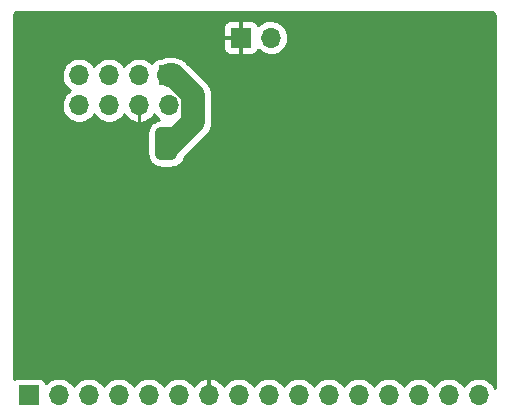
<source format=gbl>
G04 #@! TF.GenerationSoftware,KiCad,Pcbnew,(6.0.0-rc1-63-g802cfc1a7d)*
G04 #@! TF.CreationDate,2022-01-16T14:43:54+09:00*
G04 #@! TF.ProjectId,BrushlessMotorDriver_DRV8311,42727573-686c-4657-9373-4d6f746f7244,rev?*
G04 #@! TF.SameCoordinates,PX7270e00PY8b3c880*
G04 #@! TF.FileFunction,Copper,L2,Bot*
G04 #@! TF.FilePolarity,Positive*
%FSLAX46Y46*%
G04 Gerber Fmt 4.6, Leading zero omitted, Abs format (unit mm)*
G04 Created by KiCad (PCBNEW (6.0.0-rc1-63-g802cfc1a7d)) date 2022-01-16 14:43:54*
%MOMM*%
%LPD*%
G01*
G04 APERTURE LIST*
G04 #@! TA.AperFunction,ComponentPad*
%ADD10R,1.700000X1.700000*%
G04 #@! TD*
G04 #@! TA.AperFunction,ComponentPad*
%ADD11O,1.700000X1.700000*%
G04 #@! TD*
G04 #@! TA.AperFunction,ViaPad*
%ADD12C,0.600000*%
G04 #@! TD*
G04 #@! TA.AperFunction,ViaPad*
%ADD13C,0.900000*%
G04 #@! TD*
G04 #@! TA.AperFunction,Conductor*
%ADD14C,2.000000*%
G04 #@! TD*
G04 #@! TA.AperFunction,Conductor*
%ADD15C,1.000000*%
G04 #@! TD*
G04 #@! TA.AperFunction,Conductor*
%ADD16C,0.254000*%
G04 #@! TD*
G04 APERTURE END LIST*
D10*
X1900000Y1900000D03*
D11*
X4440000Y1900000D03*
X6980000Y1900000D03*
X9520000Y1900000D03*
X12060000Y1900000D03*
X14600000Y1900000D03*
X17140000Y1900000D03*
X19680000Y1900000D03*
X22220000Y1900000D03*
X24760000Y1900000D03*
X27300000Y1900000D03*
X29840000Y1900000D03*
X32380000Y1900000D03*
X34920000Y1900000D03*
X37460000Y1900000D03*
X40000000Y1900000D03*
X6180000Y26435000D03*
X6180000Y28975000D03*
X8720000Y26435000D03*
X8720000Y28975000D03*
X11260000Y26435000D03*
X11260000Y28975000D03*
X13800000Y26435000D03*
D10*
X13800000Y28975000D03*
D11*
X22405000Y32171200D03*
D10*
X19865000Y32171200D03*
D12*
X11400000Y34200000D03*
X3400000Y33900000D03*
X25400000Y18400000D03*
X34900000Y6800000D03*
X38100000Y6600000D03*
X40029354Y6800000D03*
X28100000Y7500000D03*
X21600000Y7500000D03*
X15000000Y7500000D03*
X12600000Y10800000D03*
X17900000Y12000000D03*
X24600000Y12000000D03*
X35700000Y15600000D03*
X29000000Y15000000D03*
X29100000Y16800000D03*
X27200000Y20500000D03*
D13*
X14000000Y22300000D03*
X13100000Y22300000D03*
X13100000Y23200000D03*
X13100000Y24100000D03*
X14000000Y23200000D03*
X14000000Y24100000D03*
D12*
X19000000Y19800000D03*
X20300000Y19800000D03*
X20300000Y21100000D03*
X19000000Y21100000D03*
X19600000Y20500000D03*
D14*
X15801911Y25001911D02*
X14000000Y23200000D01*
X15801911Y27264220D02*
X15801911Y25001911D01*
X14091131Y28975000D02*
X15801911Y27264220D01*
X13800000Y28975000D02*
X14091131Y28975000D01*
D15*
X13100000Y24100000D02*
X14000000Y24100000D01*
X13100000Y22300000D02*
X13100000Y24100000D01*
X14000000Y22300000D02*
X13100000Y22300000D01*
X14000000Y24100000D02*
X14000000Y22300000D01*
D16*
X40974347Y34362314D02*
X41010067Y34361878D01*
X41019064Y34363054D01*
X41081269Y34356046D01*
X41158455Y34329037D01*
X41227702Y34285526D01*
X41285526Y34227702D01*
X41329037Y34158455D01*
X41356046Y34081268D01*
X41362314Y34025641D01*
X41361878Y33989933D01*
X41366000Y33958412D01*
X41366000Y2481488D01*
X41316903Y2594403D01*
X41307146Y2612600D01*
X41185806Y2800163D01*
X41173208Y2816523D01*
X41022864Y2981749D01*
X41007762Y2995831D01*
X40832451Y3134284D01*
X40815252Y3145711D01*
X40619682Y3253671D01*
X40600849Y3262135D01*
X40390272Y3336704D01*
X40370308Y3341978D01*
X40150380Y3381153D01*
X40129823Y3383097D01*
X39906450Y3385826D01*
X39885852Y3384385D01*
X39665032Y3350595D01*
X39644946Y3345810D01*
X39432611Y3276408D01*
X39413576Y3268406D01*
X39215427Y3165256D01*
X39197954Y3154253D01*
X39019312Y3020125D01*
X39003871Y3006416D01*
X38849535Y2844913D01*
X38836541Y2828866D01*
X38729116Y2671386D01*
X38645806Y2800163D01*
X38633208Y2816523D01*
X38482864Y2981749D01*
X38467762Y2995831D01*
X38292451Y3134284D01*
X38275252Y3145711D01*
X38079682Y3253671D01*
X38060849Y3262135D01*
X37850272Y3336704D01*
X37830308Y3341978D01*
X37610380Y3381153D01*
X37589823Y3383097D01*
X37366450Y3385826D01*
X37345852Y3384385D01*
X37125032Y3350595D01*
X37104946Y3345810D01*
X36892611Y3276408D01*
X36873576Y3268406D01*
X36675427Y3165256D01*
X36657954Y3154253D01*
X36479312Y3020125D01*
X36463871Y3006416D01*
X36309535Y2844913D01*
X36296541Y2828866D01*
X36189116Y2671386D01*
X36105806Y2800163D01*
X36093208Y2816523D01*
X35942864Y2981749D01*
X35927762Y2995831D01*
X35752451Y3134284D01*
X35735252Y3145711D01*
X35539682Y3253671D01*
X35520849Y3262135D01*
X35310272Y3336704D01*
X35290308Y3341978D01*
X35070380Y3381153D01*
X35049823Y3383097D01*
X34826450Y3385826D01*
X34805852Y3384385D01*
X34585032Y3350595D01*
X34564946Y3345810D01*
X34352611Y3276408D01*
X34333576Y3268406D01*
X34135427Y3165256D01*
X34117954Y3154253D01*
X33939312Y3020125D01*
X33923871Y3006416D01*
X33769535Y2844913D01*
X33756541Y2828866D01*
X33649116Y2671386D01*
X33565806Y2800163D01*
X33553208Y2816523D01*
X33402864Y2981749D01*
X33387762Y2995831D01*
X33212451Y3134284D01*
X33195252Y3145711D01*
X32999682Y3253671D01*
X32980849Y3262135D01*
X32770272Y3336704D01*
X32750308Y3341978D01*
X32530380Y3381153D01*
X32509823Y3383097D01*
X32286450Y3385826D01*
X32265852Y3384385D01*
X32045032Y3350595D01*
X32024946Y3345810D01*
X31812611Y3276408D01*
X31793576Y3268406D01*
X31595427Y3165256D01*
X31577954Y3154253D01*
X31399312Y3020125D01*
X31383871Y3006416D01*
X31229535Y2844913D01*
X31216541Y2828866D01*
X31109116Y2671386D01*
X31025806Y2800163D01*
X31013208Y2816523D01*
X30862864Y2981749D01*
X30847762Y2995831D01*
X30672451Y3134284D01*
X30655252Y3145711D01*
X30459682Y3253671D01*
X30440849Y3262135D01*
X30230272Y3336704D01*
X30210308Y3341978D01*
X29990380Y3381153D01*
X29969823Y3383097D01*
X29746450Y3385826D01*
X29725852Y3384385D01*
X29505032Y3350595D01*
X29484946Y3345810D01*
X29272611Y3276408D01*
X29253576Y3268406D01*
X29055427Y3165256D01*
X29037954Y3154253D01*
X28859312Y3020125D01*
X28843871Y3006416D01*
X28689535Y2844913D01*
X28676541Y2828866D01*
X28569116Y2671386D01*
X28485806Y2800163D01*
X28473208Y2816523D01*
X28322864Y2981749D01*
X28307762Y2995831D01*
X28132451Y3134284D01*
X28115252Y3145711D01*
X27919682Y3253671D01*
X27900849Y3262135D01*
X27690272Y3336704D01*
X27670308Y3341978D01*
X27450380Y3381153D01*
X27429823Y3383097D01*
X27206450Y3385826D01*
X27185852Y3384385D01*
X26965032Y3350595D01*
X26944946Y3345810D01*
X26732611Y3276408D01*
X26713576Y3268406D01*
X26515427Y3165256D01*
X26497954Y3154253D01*
X26319312Y3020125D01*
X26303871Y3006416D01*
X26149535Y2844913D01*
X26136541Y2828866D01*
X26029116Y2671386D01*
X25945806Y2800163D01*
X25933208Y2816523D01*
X25782864Y2981749D01*
X25767762Y2995831D01*
X25592451Y3134284D01*
X25575252Y3145711D01*
X25379682Y3253671D01*
X25360849Y3262135D01*
X25150272Y3336704D01*
X25130308Y3341978D01*
X24910380Y3381153D01*
X24889823Y3383097D01*
X24666450Y3385826D01*
X24645852Y3384385D01*
X24425032Y3350595D01*
X24404946Y3345810D01*
X24192611Y3276408D01*
X24173576Y3268406D01*
X23975427Y3165256D01*
X23957954Y3154253D01*
X23779312Y3020125D01*
X23763871Y3006416D01*
X23609535Y2844913D01*
X23596541Y2828866D01*
X23489116Y2671386D01*
X23405806Y2800163D01*
X23393208Y2816523D01*
X23242864Y2981749D01*
X23227762Y2995831D01*
X23052451Y3134284D01*
X23035252Y3145711D01*
X22839682Y3253671D01*
X22820849Y3262135D01*
X22610272Y3336704D01*
X22590308Y3341978D01*
X22370380Y3381153D01*
X22349823Y3383097D01*
X22126450Y3385826D01*
X22105852Y3384385D01*
X21885032Y3350595D01*
X21864946Y3345810D01*
X21652611Y3276408D01*
X21633576Y3268406D01*
X21435427Y3165256D01*
X21417954Y3154253D01*
X21239312Y3020125D01*
X21223871Y3006416D01*
X21069535Y2844913D01*
X21056541Y2828866D01*
X20949116Y2671386D01*
X20865806Y2800163D01*
X20853208Y2816523D01*
X20702864Y2981749D01*
X20687762Y2995831D01*
X20512451Y3134284D01*
X20495252Y3145711D01*
X20299682Y3253671D01*
X20280849Y3262135D01*
X20070272Y3336704D01*
X20050308Y3341978D01*
X19830380Y3381153D01*
X19809823Y3383097D01*
X19586450Y3385826D01*
X19565852Y3384385D01*
X19345032Y3350595D01*
X19324946Y3345810D01*
X19112611Y3276408D01*
X19093576Y3268406D01*
X18895427Y3165256D01*
X18877954Y3154253D01*
X18699312Y3020125D01*
X18683871Y3006416D01*
X18529535Y2844913D01*
X18516541Y2828866D01*
X18408810Y2670938D01*
X18325409Y2799857D01*
X18312810Y2816217D01*
X18162521Y2981382D01*
X18147420Y2995464D01*
X17972173Y3133865D01*
X17954975Y3145291D01*
X17759477Y3253212D01*
X17740643Y3261677D01*
X17530144Y3336219D01*
X17510180Y3341494D01*
X17312096Y3376777D01*
X17241523Y3369030D01*
X17186341Y3324359D01*
X17164000Y3252729D01*
X17164000Y1876000D01*
X17116000Y1876000D01*
X17116000Y3250927D01*
X17095998Y3319048D01*
X17042342Y3365541D01*
X16970941Y3375477D01*
X16805149Y3350107D01*
X16785063Y3345322D01*
X16572805Y3275946D01*
X16553770Y3267944D01*
X16355694Y3164832D01*
X16338221Y3153829D01*
X16159645Y3019750D01*
X16144204Y3006041D01*
X15989925Y2844597D01*
X15976931Y2828550D01*
X15869410Y2670931D01*
X15785806Y2800163D01*
X15773208Y2816523D01*
X15622864Y2981749D01*
X15607762Y2995831D01*
X15432451Y3134284D01*
X15415252Y3145711D01*
X15219682Y3253671D01*
X15200849Y3262135D01*
X14990272Y3336704D01*
X14970308Y3341978D01*
X14750380Y3381153D01*
X14729823Y3383097D01*
X14506450Y3385826D01*
X14485852Y3384385D01*
X14265032Y3350595D01*
X14244946Y3345810D01*
X14032611Y3276408D01*
X14013576Y3268406D01*
X13815427Y3165256D01*
X13797954Y3154253D01*
X13619312Y3020125D01*
X13603871Y3006416D01*
X13449535Y2844913D01*
X13436541Y2828866D01*
X13329116Y2671386D01*
X13245806Y2800163D01*
X13233208Y2816523D01*
X13082864Y2981749D01*
X13067762Y2995831D01*
X12892451Y3134284D01*
X12875252Y3145711D01*
X12679682Y3253671D01*
X12660849Y3262135D01*
X12450272Y3336704D01*
X12430308Y3341978D01*
X12210380Y3381153D01*
X12189823Y3383097D01*
X11966450Y3385826D01*
X11945852Y3384385D01*
X11725032Y3350595D01*
X11704946Y3345810D01*
X11492611Y3276408D01*
X11473576Y3268406D01*
X11275427Y3165256D01*
X11257954Y3154253D01*
X11079312Y3020125D01*
X11063871Y3006416D01*
X10909535Y2844913D01*
X10896541Y2828866D01*
X10789116Y2671386D01*
X10705806Y2800163D01*
X10693208Y2816523D01*
X10542864Y2981749D01*
X10527762Y2995831D01*
X10352451Y3134284D01*
X10335252Y3145711D01*
X10139682Y3253671D01*
X10120849Y3262135D01*
X9910272Y3336704D01*
X9890308Y3341978D01*
X9670380Y3381153D01*
X9649823Y3383097D01*
X9426450Y3385826D01*
X9405852Y3384385D01*
X9185032Y3350595D01*
X9164946Y3345810D01*
X8952611Y3276408D01*
X8933576Y3268406D01*
X8735427Y3165256D01*
X8717954Y3154253D01*
X8539312Y3020125D01*
X8523871Y3006416D01*
X8369535Y2844913D01*
X8356541Y2828866D01*
X8249116Y2671386D01*
X8165806Y2800163D01*
X8153208Y2816523D01*
X8002864Y2981749D01*
X7987762Y2995831D01*
X7812451Y3134284D01*
X7795252Y3145711D01*
X7599682Y3253671D01*
X7580849Y3262135D01*
X7370272Y3336704D01*
X7350308Y3341978D01*
X7130380Y3381153D01*
X7109823Y3383097D01*
X6886450Y3385826D01*
X6865852Y3384385D01*
X6645032Y3350595D01*
X6624946Y3345810D01*
X6412611Y3276408D01*
X6393576Y3268406D01*
X6195427Y3165256D01*
X6177954Y3154253D01*
X5999312Y3020125D01*
X5983871Y3006416D01*
X5829535Y2844913D01*
X5816541Y2828866D01*
X5709116Y2671386D01*
X5625806Y2800163D01*
X5613208Y2816523D01*
X5462864Y2981749D01*
X5447762Y2995831D01*
X5272451Y3134284D01*
X5255252Y3145711D01*
X5059682Y3253671D01*
X5040849Y3262135D01*
X4830272Y3336704D01*
X4810308Y3341978D01*
X4590380Y3381153D01*
X4569823Y3383097D01*
X4346450Y3385826D01*
X4325852Y3384385D01*
X4105032Y3350595D01*
X4084946Y3345810D01*
X3872611Y3276408D01*
X3853576Y3268406D01*
X3655427Y3165256D01*
X3637954Y3154253D01*
X3459312Y3020125D01*
X3443871Y3006416D01*
X3363189Y2921987D01*
X3318597Y3040935D01*
X3301441Y3072270D01*
X3214087Y3188826D01*
X3188826Y3214087D01*
X3072270Y3301441D01*
X3040935Y3318597D01*
X2904546Y3369727D01*
X2873924Y3377008D01*
X2811742Y3383763D01*
X2798134Y3384500D01*
X1001866Y3384500D01*
X988258Y3383763D01*
X926076Y3377008D01*
X895454Y3369727D01*
X759065Y3318597D01*
X727730Y3301441D01*
X634000Y3231194D01*
X634000Y26461052D01*
X4691460Y26461052D01*
X4704319Y26238032D01*
X4707193Y26217584D01*
X4756305Y25999660D01*
X4762479Y25979957D01*
X4846523Y25772980D01*
X4855833Y25754549D01*
X4972554Y25564077D01*
X4984750Y25547414D01*
X5131013Y25378564D01*
X5145765Y25364118D01*
X5317641Y25221424D01*
X5334556Y25209580D01*
X5527430Y25096874D01*
X5546051Y25087952D01*
X5754743Y25008260D01*
X5774571Y25002500D01*
X5993476Y24957963D01*
X6013980Y24955518D01*
X6237220Y24947332D01*
X6257847Y24948268D01*
X6479426Y24976653D01*
X6499624Y24980946D01*
X6713592Y25045140D01*
X6732816Y25052675D01*
X6933426Y25150953D01*
X6951162Y25161525D01*
X7133028Y25291248D01*
X7148800Y25304576D01*
X7307036Y25462260D01*
X7320419Y25477985D01*
X7450776Y25659397D01*
X7452442Y25662171D01*
X7512554Y25564077D01*
X7524750Y25547414D01*
X7671013Y25378564D01*
X7685765Y25364118D01*
X7857641Y25221424D01*
X7874556Y25209580D01*
X8067430Y25096874D01*
X8086051Y25087952D01*
X8294743Y25008260D01*
X8314571Y25002500D01*
X8533476Y24957963D01*
X8553980Y24955518D01*
X8777220Y24947332D01*
X8797847Y24948268D01*
X9019426Y24976653D01*
X9039624Y24980946D01*
X9253592Y25045140D01*
X9272816Y25052675D01*
X9473426Y25150953D01*
X9491162Y25161525D01*
X9673028Y25291248D01*
X9688800Y25304576D01*
X9847036Y25462260D01*
X9860419Y25477985D01*
X9990776Y25659397D01*
X9992733Y25662654D01*
X10052959Y25564374D01*
X10065155Y25547712D01*
X10211364Y25378924D01*
X10226116Y25364477D01*
X10397929Y25221835D01*
X10414844Y25209991D01*
X10607647Y25097326D01*
X10626268Y25088404D01*
X10834883Y25008742D01*
X10854712Y25002981D01*
X11073536Y24958461D01*
X11094039Y24956017D01*
X11105383Y24955601D01*
X11174191Y24973093D01*
X11222618Y25025009D01*
X11236000Y25081516D01*
X11236000Y26459000D01*
X11284000Y26459000D01*
X11284000Y25085046D01*
X11304002Y25016925D01*
X11357658Y24970432D01*
X11426010Y24960067D01*
X11559322Y24977144D01*
X11579520Y24981437D01*
X11793409Y25045607D01*
X11812634Y25053142D01*
X12013170Y25151384D01*
X12030905Y25161956D01*
X12212704Y25291631D01*
X12228476Y25304960D01*
X12386653Y25462587D01*
X12400035Y25478311D01*
X12530344Y25659655D01*
X12532146Y25662654D01*
X12592554Y25564077D01*
X12604750Y25547414D01*
X12751013Y25378564D01*
X12765765Y25364118D01*
X12934350Y25224156D01*
X12898692Y25220911D01*
X12891512Y25219542D01*
X12890861Y25219478D01*
X12882690Y25217860D01*
X12874548Y25216307D01*
X12873923Y25216123D01*
X12866748Y25214702D01*
X12775951Y25187288D01*
X12684807Y25160464D01*
X12678009Y25157718D01*
X12677400Y25157534D01*
X12669864Y25154428D01*
X12662015Y25151257D01*
X12661429Y25150951D01*
X12654678Y25148168D01*
X12570825Y25103583D01*
X12486734Y25059621D01*
X12480614Y25055617D01*
X12480037Y25055310D01*
X12473114Y25050710D01*
X12466169Y25046166D01*
X12465661Y25045757D01*
X12459568Y25041709D01*
X12385992Y24981702D01*
X12312023Y24922229D01*
X12306799Y24917113D01*
X12306305Y24916710D01*
X12300386Y24910833D01*
X12294450Y24905019D01*
X12294042Y24904533D01*
X12288853Y24899380D01*
X12228356Y24826251D01*
X12167325Y24753518D01*
X12163193Y24747483D01*
X12162796Y24747003D01*
X12158173Y24740150D01*
X12153424Y24733214D01*
X12153119Y24732659D01*
X12149034Y24726604D01*
X12103864Y24643064D01*
X12058152Y24559914D01*
X12055272Y24553195D01*
X12054969Y24552634D01*
X12051740Y24544954D01*
X12048463Y24537307D01*
X12048271Y24536700D01*
X12045437Y24529960D01*
X12017360Y24439257D01*
X11988663Y24348793D01*
X11987142Y24341638D01*
X11986954Y24341030D01*
X11985283Y24332890D01*
X11983550Y24324737D01*
X11983479Y24324102D01*
X11982008Y24316938D01*
X11972086Y24222532D01*
X11966285Y24170818D01*
X11965870Y24163394D01*
X11961335Y24120245D01*
X11961164Y24095655D01*
X11965500Y24048010D01*
X11965500Y22359873D01*
X11961335Y22320245D01*
X11961164Y22295655D01*
X11965735Y22245433D01*
X11966101Y22237936D01*
X11970496Y22193109D01*
X11979089Y22098692D01*
X11980458Y22091512D01*
X11980522Y22090861D01*
X11982140Y22082690D01*
X11983693Y22074548D01*
X11983877Y22073923D01*
X11985298Y22066748D01*
X12012712Y21975951D01*
X12039536Y21884807D01*
X12042282Y21878009D01*
X12042466Y21877400D01*
X12045572Y21869864D01*
X12048743Y21862015D01*
X12049049Y21861429D01*
X12051832Y21854678D01*
X12096417Y21770825D01*
X12140379Y21686734D01*
X12144383Y21680614D01*
X12144690Y21680037D01*
X12149290Y21673114D01*
X12153834Y21666169D01*
X12154243Y21665661D01*
X12158291Y21659568D01*
X12218298Y21585992D01*
X12277771Y21512023D01*
X12282887Y21506799D01*
X12283290Y21506305D01*
X12289167Y21500386D01*
X12294981Y21494450D01*
X12295467Y21494042D01*
X12300620Y21488853D01*
X12373749Y21428356D01*
X12446482Y21367325D01*
X12452517Y21363193D01*
X12452997Y21362796D01*
X12459850Y21358173D01*
X12466786Y21353424D01*
X12467341Y21353119D01*
X12473396Y21349034D01*
X12556936Y21303864D01*
X12640086Y21258152D01*
X12646805Y21255272D01*
X12647366Y21254969D01*
X12655046Y21251740D01*
X12662693Y21248463D01*
X12663300Y21248271D01*
X12670040Y21245437D01*
X12760743Y21217360D01*
X12851207Y21188663D01*
X12858362Y21187142D01*
X12858970Y21186954D01*
X12867110Y21185283D01*
X12875263Y21183550D01*
X12875898Y21183479D01*
X12883062Y21182008D01*
X12977468Y21172086D01*
X13029182Y21166285D01*
X13036606Y21165870D01*
X13079755Y21161335D01*
X13104345Y21161164D01*
X13151990Y21165500D01*
X13940127Y21165500D01*
X13979755Y21161335D01*
X14004345Y21161164D01*
X14054567Y21165735D01*
X14062064Y21166101D01*
X14106891Y21170496D01*
X14201308Y21179089D01*
X14208488Y21180458D01*
X14209139Y21180522D01*
X14217310Y21182140D01*
X14225452Y21183693D01*
X14226077Y21183877D01*
X14233252Y21185298D01*
X14324049Y21212712D01*
X14415193Y21239536D01*
X14421991Y21242282D01*
X14422600Y21242466D01*
X14430136Y21245572D01*
X14437985Y21248743D01*
X14438571Y21249049D01*
X14445322Y21251832D01*
X14529175Y21296417D01*
X14613266Y21340379D01*
X14619386Y21344383D01*
X14619963Y21344690D01*
X14626886Y21349290D01*
X14633831Y21353834D01*
X14634339Y21354243D01*
X14640432Y21358291D01*
X14714008Y21418298D01*
X14787977Y21477771D01*
X14793201Y21482887D01*
X14793695Y21483290D01*
X14799614Y21489167D01*
X14805550Y21494981D01*
X14805958Y21495467D01*
X14811147Y21500620D01*
X14871644Y21573749D01*
X14932675Y21646482D01*
X14936807Y21652517D01*
X14937204Y21652997D01*
X14941827Y21659850D01*
X14946576Y21666786D01*
X14946881Y21667341D01*
X14950966Y21673396D01*
X14996136Y21756936D01*
X15041848Y21840086D01*
X15044728Y21846805D01*
X15045031Y21847366D01*
X15048260Y21855046D01*
X15051537Y21862693D01*
X15051729Y21863300D01*
X15054563Y21870040D01*
X15082640Y21960743D01*
X15087456Y21975925D01*
X16940672Y23829141D01*
X17013165Y23897694D01*
X17026689Y23912714D01*
X17074416Y23975139D01*
X17125335Y24034968D01*
X17137157Y24051359D01*
X17154178Y24079464D01*
X17174127Y24105556D01*
X17185075Y24122544D01*
X17222194Y24191771D01*
X17262908Y24258997D01*
X17271957Y24277069D01*
X17284263Y24307528D01*
X17299786Y24336478D01*
X17307877Y24354998D01*
X17333458Y24429290D01*
X17362891Y24502140D01*
X17368935Y24521426D01*
X17376212Y24553458D01*
X17386908Y24584520D01*
X17391934Y24604096D01*
X17405306Y24681514D01*
X17422715Y24758140D01*
X17425597Y24778144D01*
X17427659Y24810930D01*
X17433251Y24843300D01*
X17434960Y24859031D01*
X17436281Y24888120D01*
X17436411Y24893836D01*
X17436411Y24950019D01*
X17440840Y25020412D01*
X17440488Y25040620D01*
X17436411Y25082199D01*
X17436411Y27240218D01*
X17439196Y27339906D01*
X17438138Y27360090D01*
X17427746Y27437971D01*
X17421445Y27516290D01*
X17418214Y27536240D01*
X17410377Y27568146D01*
X17406033Y27600704D01*
X17401762Y27620458D01*
X17379055Y27695667D01*
X17360311Y27771980D01*
X17353932Y27791157D01*
X17341094Y27821402D01*
X17331600Y27852847D01*
X17324226Y27871663D01*
X17289788Y27942272D01*
X17259083Y28014608D01*
X17249719Y28032520D01*
X17232212Y28060320D01*
X17217814Y28089841D01*
X17207525Y28107239D01*
X17162230Y28171448D01*
X17120364Y28237930D01*
X17108258Y28254113D01*
X17086527Y28278762D01*
X17067597Y28305597D01*
X17057682Y28317929D01*
X17038047Y28339432D01*
X17034097Y28343565D01*
X16994381Y28383281D01*
X16947727Y28436200D01*
X16933189Y28450240D01*
X16900898Y28476764D01*
X15263901Y30113761D01*
X15195348Y30186254D01*
X15180329Y30199777D01*
X15137614Y30232436D01*
X15114087Y30263827D01*
X15088826Y30289087D01*
X14972270Y30376441D01*
X14940935Y30393597D01*
X14844136Y30429886D01*
X14834043Y30435998D01*
X14815973Y30445046D01*
X14785514Y30457352D01*
X14756564Y30472875D01*
X14738044Y30480966D01*
X14663752Y30506547D01*
X14590902Y30535980D01*
X14571616Y30542024D01*
X14539584Y30549301D01*
X14508522Y30559997D01*
X14488946Y30565023D01*
X14411528Y30578395D01*
X14334902Y30595804D01*
X14314898Y30598686D01*
X14282112Y30600748D01*
X14249742Y30606340D01*
X14234011Y30608049D01*
X14204922Y30609370D01*
X14199206Y30609500D01*
X14143023Y30609500D01*
X14072630Y30613929D01*
X14052422Y30613577D01*
X14010843Y30609500D01*
X13738999Y30609500D01*
X13728894Y30609094D01*
X13547930Y30594534D01*
X13527980Y30591303D01*
X13292239Y30533400D01*
X13273062Y30527021D01*
X13113992Y30459500D01*
X12901866Y30459500D01*
X12888258Y30458763D01*
X12826076Y30452008D01*
X12795454Y30444727D01*
X12659065Y30393597D01*
X12627730Y30376441D01*
X12511174Y30289087D01*
X12485913Y30263826D01*
X12398559Y30147270D01*
X12381403Y30115935D01*
X12336937Y29997323D01*
X12282864Y30056749D01*
X12267762Y30070831D01*
X12092451Y30209284D01*
X12075252Y30220711D01*
X11879682Y30328671D01*
X11860849Y30337135D01*
X11650272Y30411704D01*
X11630308Y30416978D01*
X11410380Y30456153D01*
X11389823Y30458097D01*
X11166450Y30460826D01*
X11145852Y30459385D01*
X10925032Y30425595D01*
X10904946Y30420810D01*
X10692611Y30351408D01*
X10673576Y30343406D01*
X10475427Y30240256D01*
X10457954Y30229253D01*
X10279312Y30095125D01*
X10263871Y30081416D01*
X10109535Y29919913D01*
X10096541Y29903866D01*
X9989116Y29746386D01*
X9905806Y29875163D01*
X9893208Y29891523D01*
X9742864Y30056749D01*
X9727762Y30070831D01*
X9552451Y30209284D01*
X9535252Y30220711D01*
X9339682Y30328671D01*
X9320849Y30337135D01*
X9110272Y30411704D01*
X9090308Y30416978D01*
X8870380Y30456153D01*
X8849823Y30458097D01*
X8626450Y30460826D01*
X8605852Y30459385D01*
X8385032Y30425595D01*
X8364946Y30420810D01*
X8152611Y30351408D01*
X8133576Y30343406D01*
X7935427Y30240256D01*
X7917954Y30229253D01*
X7739312Y30095125D01*
X7723871Y30081416D01*
X7569535Y29919913D01*
X7556541Y29903866D01*
X7449116Y29746386D01*
X7365806Y29875163D01*
X7353208Y29891523D01*
X7202864Y30056749D01*
X7187762Y30070831D01*
X7012451Y30209284D01*
X6995252Y30220711D01*
X6799682Y30328671D01*
X6780849Y30337135D01*
X6570272Y30411704D01*
X6550308Y30416978D01*
X6330380Y30456153D01*
X6309823Y30458097D01*
X6086450Y30460826D01*
X6065852Y30459385D01*
X5845032Y30425595D01*
X5824946Y30420810D01*
X5612611Y30351408D01*
X5593576Y30343406D01*
X5395427Y30240256D01*
X5377954Y30229253D01*
X5199312Y30095125D01*
X5183871Y30081416D01*
X5029535Y29919913D01*
X5016541Y29903866D01*
X4890655Y29719324D01*
X4880455Y29701370D01*
X4786400Y29498745D01*
X4779271Y29479367D01*
X4719572Y29264102D01*
X4715702Y29243819D01*
X4691964Y29021694D01*
X4691460Y29001052D01*
X4704319Y28778032D01*
X4707193Y28757584D01*
X4756305Y28539660D01*
X4762479Y28519957D01*
X4846523Y28312980D01*
X4855833Y28294549D01*
X4972554Y28104077D01*
X4984750Y28087414D01*
X5131013Y27918564D01*
X5145765Y27904118D01*
X5317641Y27761424D01*
X5334556Y27749580D01*
X5407875Y27706736D01*
X5395427Y27700256D01*
X5377954Y27689253D01*
X5199312Y27555125D01*
X5183871Y27541416D01*
X5029535Y27379913D01*
X5016541Y27363866D01*
X4890655Y27179324D01*
X4880455Y27161370D01*
X4786400Y26958745D01*
X4779271Y26939367D01*
X4719572Y26724102D01*
X4715702Y26703819D01*
X4691964Y26481694D01*
X4691460Y26461052D01*
X634000Y26461052D01*
X634000Y31273112D01*
X18381001Y31273112D01*
X18381738Y31259507D01*
X18388485Y31197388D01*
X18395766Y31166763D01*
X18446846Y31030508D01*
X18464002Y30999173D01*
X18551270Y30882731D01*
X18576531Y30857470D01*
X18692973Y30770202D01*
X18724308Y30753046D01*
X18860563Y30701966D01*
X18891185Y30694685D01*
X18953303Y30687937D01*
X18966911Y30687200D01*
X19715000Y30687200D01*
X19783121Y30707202D01*
X19829614Y30760858D01*
X19841000Y30813200D01*
X19841000Y30813201D01*
X19889000Y30813201D01*
X19909002Y30745080D01*
X19962658Y30698587D01*
X20015000Y30687201D01*
X20763088Y30687201D01*
X20776693Y30687938D01*
X20838812Y30694685D01*
X20869437Y30701966D01*
X21005692Y30753046D01*
X21037027Y30770202D01*
X21153469Y30857470D01*
X21178730Y30882731D01*
X21265998Y30999173D01*
X21283154Y31030508D01*
X21327207Y31148018D01*
X21356013Y31114764D01*
X21370765Y31100318D01*
X21542641Y30957624D01*
X21559556Y30945780D01*
X21752430Y30833074D01*
X21771051Y30824152D01*
X21979743Y30744460D01*
X21999571Y30738700D01*
X22218476Y30694163D01*
X22238980Y30691718D01*
X22462220Y30683532D01*
X22482847Y30684468D01*
X22704426Y30712853D01*
X22724624Y30717146D01*
X22938592Y30781340D01*
X22957816Y30788875D01*
X23158426Y30887153D01*
X23176162Y30897725D01*
X23358028Y31027448D01*
X23373800Y31040776D01*
X23532036Y31198460D01*
X23545419Y31214185D01*
X23675776Y31395597D01*
X23686410Y31413296D01*
X23785387Y31613562D01*
X23792988Y31632760D01*
X23857928Y31846502D01*
X23862292Y31866684D01*
X23891451Y32088163D01*
X23892491Y32101532D01*
X23894118Y32168122D01*
X23893732Y32181524D01*
X23875428Y32404163D01*
X23872056Y32424535D01*
X23817635Y32641194D01*
X23810980Y32660741D01*
X23721903Y32865603D01*
X23712146Y32883800D01*
X23590806Y33071363D01*
X23578208Y33087723D01*
X23427864Y33252949D01*
X23412762Y33267031D01*
X23237451Y33405484D01*
X23220252Y33416911D01*
X23024682Y33524871D01*
X23005849Y33533335D01*
X22795272Y33607904D01*
X22775308Y33613178D01*
X22555380Y33652353D01*
X22534823Y33654297D01*
X22311450Y33657026D01*
X22290852Y33655585D01*
X22070032Y33621795D01*
X22049946Y33617010D01*
X21837611Y33547608D01*
X21818576Y33539606D01*
X21620427Y33436456D01*
X21602954Y33425453D01*
X21424312Y33291325D01*
X21408871Y33277616D01*
X21327805Y33192786D01*
X21283154Y33311892D01*
X21265998Y33343227D01*
X21178730Y33459669D01*
X21153469Y33484930D01*
X21037027Y33572198D01*
X21005692Y33589354D01*
X20869437Y33640434D01*
X20838815Y33647715D01*
X20776697Y33654463D01*
X20763089Y33655200D01*
X20015000Y33655200D01*
X19946879Y33635198D01*
X19900386Y33581542D01*
X19889000Y33529200D01*
X19889000Y30813201D01*
X19841000Y30813201D01*
X19841000Y32021200D01*
X19820998Y32089321D01*
X19767342Y32135814D01*
X19715000Y32147200D01*
X18507001Y32147200D01*
X18438880Y32127198D01*
X18392387Y32073542D01*
X18381001Y32021200D01*
X18381001Y31273112D01*
X634000Y31273112D01*
X634000Y32321200D01*
X18381000Y32321200D01*
X18401002Y32253079D01*
X18454658Y32206586D01*
X18507000Y32195200D01*
X19715000Y32195200D01*
X19783121Y32215202D01*
X19829614Y32268858D01*
X19841000Y32321200D01*
X19841000Y33529199D01*
X19820998Y33597320D01*
X19767342Y33643813D01*
X19715000Y33655199D01*
X18966912Y33655199D01*
X18953307Y33654462D01*
X18891188Y33647715D01*
X18860563Y33640434D01*
X18724308Y33589354D01*
X18692973Y33572198D01*
X18576531Y33484930D01*
X18551270Y33459669D01*
X18464002Y33343227D01*
X18446846Y33311892D01*
X18395766Y33175637D01*
X18388485Y33145015D01*
X18381737Y33082897D01*
X18381000Y33069289D01*
X18381000Y32321200D01*
X634000Y32321200D01*
X634000Y33950673D01*
X637686Y33974347D01*
X638122Y34010067D01*
X636946Y34019064D01*
X643954Y34081269D01*
X670963Y34158455D01*
X714474Y34227702D01*
X772298Y34285526D01*
X841545Y34329037D01*
X918732Y34356046D01*
X974359Y34362314D01*
X1010067Y34361878D01*
X1041588Y34366000D01*
X40950673Y34366000D01*
X40974347Y34362314D02*
X40950673Y34366000D01*
G04 #@! TA.AperFunction,Conductor*
G36*
X40974347Y34362314D02*
G01*
X41010067Y34361878D01*
X41019064Y34363054D01*
X41081269Y34356046D01*
X41158455Y34329037D01*
X41227702Y34285526D01*
X41285526Y34227702D01*
X41329037Y34158455D01*
X41356046Y34081268D01*
X41362314Y34025641D01*
X41361878Y33989933D01*
X41366000Y33958412D01*
X41366000Y2481488D01*
X41316903Y2594403D01*
X41307146Y2612600D01*
X41185806Y2800163D01*
X41173208Y2816523D01*
X41022864Y2981749D01*
X41007762Y2995831D01*
X40832451Y3134284D01*
X40815252Y3145711D01*
X40619682Y3253671D01*
X40600849Y3262135D01*
X40390272Y3336704D01*
X40370308Y3341978D01*
X40150380Y3381153D01*
X40129823Y3383097D01*
X39906450Y3385826D01*
X39885852Y3384385D01*
X39665032Y3350595D01*
X39644946Y3345810D01*
X39432611Y3276408D01*
X39413576Y3268406D01*
X39215427Y3165256D01*
X39197954Y3154253D01*
X39019312Y3020125D01*
X39003871Y3006416D01*
X38849535Y2844913D01*
X38836541Y2828866D01*
X38729116Y2671386D01*
X38645806Y2800163D01*
X38633208Y2816523D01*
X38482864Y2981749D01*
X38467762Y2995831D01*
X38292451Y3134284D01*
X38275252Y3145711D01*
X38079682Y3253671D01*
X38060849Y3262135D01*
X37850272Y3336704D01*
X37830308Y3341978D01*
X37610380Y3381153D01*
X37589823Y3383097D01*
X37366450Y3385826D01*
X37345852Y3384385D01*
X37125032Y3350595D01*
X37104946Y3345810D01*
X36892611Y3276408D01*
X36873576Y3268406D01*
X36675427Y3165256D01*
X36657954Y3154253D01*
X36479312Y3020125D01*
X36463871Y3006416D01*
X36309535Y2844913D01*
X36296541Y2828866D01*
X36189116Y2671386D01*
X36105806Y2800163D01*
X36093208Y2816523D01*
X35942864Y2981749D01*
X35927762Y2995831D01*
X35752451Y3134284D01*
X35735252Y3145711D01*
X35539682Y3253671D01*
X35520849Y3262135D01*
X35310272Y3336704D01*
X35290308Y3341978D01*
X35070380Y3381153D01*
X35049823Y3383097D01*
X34826450Y3385826D01*
X34805852Y3384385D01*
X34585032Y3350595D01*
X34564946Y3345810D01*
X34352611Y3276408D01*
X34333576Y3268406D01*
X34135427Y3165256D01*
X34117954Y3154253D01*
X33939312Y3020125D01*
X33923871Y3006416D01*
X33769535Y2844913D01*
X33756541Y2828866D01*
X33649116Y2671386D01*
X33565806Y2800163D01*
X33553208Y2816523D01*
X33402864Y2981749D01*
X33387762Y2995831D01*
X33212451Y3134284D01*
X33195252Y3145711D01*
X32999682Y3253671D01*
X32980849Y3262135D01*
X32770272Y3336704D01*
X32750308Y3341978D01*
X32530380Y3381153D01*
X32509823Y3383097D01*
X32286450Y3385826D01*
X32265852Y3384385D01*
X32045032Y3350595D01*
X32024946Y3345810D01*
X31812611Y3276408D01*
X31793576Y3268406D01*
X31595427Y3165256D01*
X31577954Y3154253D01*
X31399312Y3020125D01*
X31383871Y3006416D01*
X31229535Y2844913D01*
X31216541Y2828866D01*
X31109116Y2671386D01*
X31025806Y2800163D01*
X31013208Y2816523D01*
X30862864Y2981749D01*
X30847762Y2995831D01*
X30672451Y3134284D01*
X30655252Y3145711D01*
X30459682Y3253671D01*
X30440849Y3262135D01*
X30230272Y3336704D01*
X30210308Y3341978D01*
X29990380Y3381153D01*
X29969823Y3383097D01*
X29746450Y3385826D01*
X29725852Y3384385D01*
X29505032Y3350595D01*
X29484946Y3345810D01*
X29272611Y3276408D01*
X29253576Y3268406D01*
X29055427Y3165256D01*
X29037954Y3154253D01*
X28859312Y3020125D01*
X28843871Y3006416D01*
X28689535Y2844913D01*
X28676541Y2828866D01*
X28569116Y2671386D01*
X28485806Y2800163D01*
X28473208Y2816523D01*
X28322864Y2981749D01*
X28307762Y2995831D01*
X28132451Y3134284D01*
X28115252Y3145711D01*
X27919682Y3253671D01*
X27900849Y3262135D01*
X27690272Y3336704D01*
X27670308Y3341978D01*
X27450380Y3381153D01*
X27429823Y3383097D01*
X27206450Y3385826D01*
X27185852Y3384385D01*
X26965032Y3350595D01*
X26944946Y3345810D01*
X26732611Y3276408D01*
X26713576Y3268406D01*
X26515427Y3165256D01*
X26497954Y3154253D01*
X26319312Y3020125D01*
X26303871Y3006416D01*
X26149535Y2844913D01*
X26136541Y2828866D01*
X26029116Y2671386D01*
X25945806Y2800163D01*
X25933208Y2816523D01*
X25782864Y2981749D01*
X25767762Y2995831D01*
X25592451Y3134284D01*
X25575252Y3145711D01*
X25379682Y3253671D01*
X25360849Y3262135D01*
X25150272Y3336704D01*
X25130308Y3341978D01*
X24910380Y3381153D01*
X24889823Y3383097D01*
X24666450Y3385826D01*
X24645852Y3384385D01*
X24425032Y3350595D01*
X24404946Y3345810D01*
X24192611Y3276408D01*
X24173576Y3268406D01*
X23975427Y3165256D01*
X23957954Y3154253D01*
X23779312Y3020125D01*
X23763871Y3006416D01*
X23609535Y2844913D01*
X23596541Y2828866D01*
X23489116Y2671386D01*
X23405806Y2800163D01*
X23393208Y2816523D01*
X23242864Y2981749D01*
X23227762Y2995831D01*
X23052451Y3134284D01*
X23035252Y3145711D01*
X22839682Y3253671D01*
X22820849Y3262135D01*
X22610272Y3336704D01*
X22590308Y3341978D01*
X22370380Y3381153D01*
X22349823Y3383097D01*
X22126450Y3385826D01*
X22105852Y3384385D01*
X21885032Y3350595D01*
X21864946Y3345810D01*
X21652611Y3276408D01*
X21633576Y3268406D01*
X21435427Y3165256D01*
X21417954Y3154253D01*
X21239312Y3020125D01*
X21223871Y3006416D01*
X21069535Y2844913D01*
X21056541Y2828866D01*
X20949116Y2671386D01*
X20865806Y2800163D01*
X20853208Y2816523D01*
X20702864Y2981749D01*
X20687762Y2995831D01*
X20512451Y3134284D01*
X20495252Y3145711D01*
X20299682Y3253671D01*
X20280849Y3262135D01*
X20070272Y3336704D01*
X20050308Y3341978D01*
X19830380Y3381153D01*
X19809823Y3383097D01*
X19586450Y3385826D01*
X19565852Y3384385D01*
X19345032Y3350595D01*
X19324946Y3345810D01*
X19112611Y3276408D01*
X19093576Y3268406D01*
X18895427Y3165256D01*
X18877954Y3154253D01*
X18699312Y3020125D01*
X18683871Y3006416D01*
X18529535Y2844913D01*
X18516541Y2828866D01*
X18408810Y2670938D01*
X18325409Y2799857D01*
X18312810Y2816217D01*
X18162521Y2981382D01*
X18147420Y2995464D01*
X17972173Y3133865D01*
X17954975Y3145291D01*
X17759477Y3253212D01*
X17740643Y3261677D01*
X17530144Y3336219D01*
X17510180Y3341494D01*
X17312096Y3376777D01*
X17241523Y3369030D01*
X17186341Y3324359D01*
X17164000Y3252729D01*
X17164000Y1876000D01*
X17116000Y1876000D01*
X17116000Y3250927D01*
X17095998Y3319048D01*
X17042342Y3365541D01*
X16970941Y3375477D01*
X16805149Y3350107D01*
X16785063Y3345322D01*
X16572805Y3275946D01*
X16553770Y3267944D01*
X16355694Y3164832D01*
X16338221Y3153829D01*
X16159645Y3019750D01*
X16144204Y3006041D01*
X15989925Y2844597D01*
X15976931Y2828550D01*
X15869410Y2670931D01*
X15785806Y2800163D01*
X15773208Y2816523D01*
X15622864Y2981749D01*
X15607762Y2995831D01*
X15432451Y3134284D01*
X15415252Y3145711D01*
X15219682Y3253671D01*
X15200849Y3262135D01*
X14990272Y3336704D01*
X14970308Y3341978D01*
X14750380Y3381153D01*
X14729823Y3383097D01*
X14506450Y3385826D01*
X14485852Y3384385D01*
X14265032Y3350595D01*
X14244946Y3345810D01*
X14032611Y3276408D01*
X14013576Y3268406D01*
X13815427Y3165256D01*
X13797954Y3154253D01*
X13619312Y3020125D01*
X13603871Y3006416D01*
X13449535Y2844913D01*
X13436541Y2828866D01*
X13329116Y2671386D01*
X13245806Y2800163D01*
X13233208Y2816523D01*
X13082864Y2981749D01*
X13067762Y2995831D01*
X12892451Y3134284D01*
X12875252Y3145711D01*
X12679682Y3253671D01*
X12660849Y3262135D01*
X12450272Y3336704D01*
X12430308Y3341978D01*
X12210380Y3381153D01*
X12189823Y3383097D01*
X11966450Y3385826D01*
X11945852Y3384385D01*
X11725032Y3350595D01*
X11704946Y3345810D01*
X11492611Y3276408D01*
X11473576Y3268406D01*
X11275427Y3165256D01*
X11257954Y3154253D01*
X11079312Y3020125D01*
X11063871Y3006416D01*
X10909535Y2844913D01*
X10896541Y2828866D01*
X10789116Y2671386D01*
X10705806Y2800163D01*
X10693208Y2816523D01*
X10542864Y2981749D01*
X10527762Y2995831D01*
X10352451Y3134284D01*
X10335252Y3145711D01*
X10139682Y3253671D01*
X10120849Y3262135D01*
X9910272Y3336704D01*
X9890308Y3341978D01*
X9670380Y3381153D01*
X9649823Y3383097D01*
X9426450Y3385826D01*
X9405852Y3384385D01*
X9185032Y3350595D01*
X9164946Y3345810D01*
X8952611Y3276408D01*
X8933576Y3268406D01*
X8735427Y3165256D01*
X8717954Y3154253D01*
X8539312Y3020125D01*
X8523871Y3006416D01*
X8369535Y2844913D01*
X8356541Y2828866D01*
X8249116Y2671386D01*
X8165806Y2800163D01*
X8153208Y2816523D01*
X8002864Y2981749D01*
X7987762Y2995831D01*
X7812451Y3134284D01*
X7795252Y3145711D01*
X7599682Y3253671D01*
X7580849Y3262135D01*
X7370272Y3336704D01*
X7350308Y3341978D01*
X7130380Y3381153D01*
X7109823Y3383097D01*
X6886450Y3385826D01*
X6865852Y3384385D01*
X6645032Y3350595D01*
X6624946Y3345810D01*
X6412611Y3276408D01*
X6393576Y3268406D01*
X6195427Y3165256D01*
X6177954Y3154253D01*
X5999312Y3020125D01*
X5983871Y3006416D01*
X5829535Y2844913D01*
X5816541Y2828866D01*
X5709116Y2671386D01*
X5625806Y2800163D01*
X5613208Y2816523D01*
X5462864Y2981749D01*
X5447762Y2995831D01*
X5272451Y3134284D01*
X5255252Y3145711D01*
X5059682Y3253671D01*
X5040849Y3262135D01*
X4830272Y3336704D01*
X4810308Y3341978D01*
X4590380Y3381153D01*
X4569823Y3383097D01*
X4346450Y3385826D01*
X4325852Y3384385D01*
X4105032Y3350595D01*
X4084946Y3345810D01*
X3872611Y3276408D01*
X3853576Y3268406D01*
X3655427Y3165256D01*
X3637954Y3154253D01*
X3459312Y3020125D01*
X3443871Y3006416D01*
X3363189Y2921987D01*
X3318597Y3040935D01*
X3301441Y3072270D01*
X3214087Y3188826D01*
X3188826Y3214087D01*
X3072270Y3301441D01*
X3040935Y3318597D01*
X2904546Y3369727D01*
X2873924Y3377008D01*
X2811742Y3383763D01*
X2798134Y3384500D01*
X1001866Y3384500D01*
X988258Y3383763D01*
X926076Y3377008D01*
X895454Y3369727D01*
X759065Y3318597D01*
X727730Y3301441D01*
X634000Y3231194D01*
X634000Y26461052D01*
X4691460Y26461052D01*
X4704319Y26238032D01*
X4707193Y26217584D01*
X4756305Y25999660D01*
X4762479Y25979957D01*
X4846523Y25772980D01*
X4855833Y25754549D01*
X4972554Y25564077D01*
X4984750Y25547414D01*
X5131013Y25378564D01*
X5145765Y25364118D01*
X5317641Y25221424D01*
X5334556Y25209580D01*
X5527430Y25096874D01*
X5546051Y25087952D01*
X5754743Y25008260D01*
X5774571Y25002500D01*
X5993476Y24957963D01*
X6013980Y24955518D01*
X6237220Y24947332D01*
X6257847Y24948268D01*
X6479426Y24976653D01*
X6499624Y24980946D01*
X6713592Y25045140D01*
X6732816Y25052675D01*
X6933426Y25150953D01*
X6951162Y25161525D01*
X7133028Y25291248D01*
X7148800Y25304576D01*
X7307036Y25462260D01*
X7320419Y25477985D01*
X7450776Y25659397D01*
X7452442Y25662171D01*
X7512554Y25564077D01*
X7524750Y25547414D01*
X7671013Y25378564D01*
X7685765Y25364118D01*
X7857641Y25221424D01*
X7874556Y25209580D01*
X8067430Y25096874D01*
X8086051Y25087952D01*
X8294743Y25008260D01*
X8314571Y25002500D01*
X8533476Y24957963D01*
X8553980Y24955518D01*
X8777220Y24947332D01*
X8797847Y24948268D01*
X9019426Y24976653D01*
X9039624Y24980946D01*
X9253592Y25045140D01*
X9272816Y25052675D01*
X9473426Y25150953D01*
X9491162Y25161525D01*
X9673028Y25291248D01*
X9688800Y25304576D01*
X9847036Y25462260D01*
X9860419Y25477985D01*
X9990776Y25659397D01*
X9992733Y25662654D01*
X10052959Y25564374D01*
X10065155Y25547712D01*
X10211364Y25378924D01*
X10226116Y25364477D01*
X10397929Y25221835D01*
X10414844Y25209991D01*
X10607647Y25097326D01*
X10626268Y25088404D01*
X10834883Y25008742D01*
X10854712Y25002981D01*
X11073536Y24958461D01*
X11094039Y24956017D01*
X11105383Y24955601D01*
X11174191Y24973093D01*
X11222618Y25025009D01*
X11236000Y25081516D01*
X11236000Y26459000D01*
X11284000Y26459000D01*
X11284000Y25085046D01*
X11304002Y25016925D01*
X11357658Y24970432D01*
X11426010Y24960067D01*
X11559322Y24977144D01*
X11579520Y24981437D01*
X11793409Y25045607D01*
X11812634Y25053142D01*
X12013170Y25151384D01*
X12030905Y25161956D01*
X12212704Y25291631D01*
X12228476Y25304960D01*
X12386653Y25462587D01*
X12400035Y25478311D01*
X12530344Y25659655D01*
X12532146Y25662654D01*
X12592554Y25564077D01*
X12604750Y25547414D01*
X12751013Y25378564D01*
X12765765Y25364118D01*
X12934350Y25224156D01*
X12898692Y25220911D01*
X12891512Y25219542D01*
X12890861Y25219478D01*
X12882690Y25217860D01*
X12874548Y25216307D01*
X12873923Y25216123D01*
X12866748Y25214702D01*
X12775951Y25187288D01*
X12684807Y25160464D01*
X12678009Y25157718D01*
X12677400Y25157534D01*
X12669864Y25154428D01*
X12662015Y25151257D01*
X12661429Y25150951D01*
X12654678Y25148168D01*
X12570825Y25103583D01*
X12486734Y25059621D01*
X12480614Y25055617D01*
X12480037Y25055310D01*
X12473114Y25050710D01*
X12466169Y25046166D01*
X12465661Y25045757D01*
X12459568Y25041709D01*
X12385992Y24981702D01*
X12312023Y24922229D01*
X12306799Y24917113D01*
X12306305Y24916710D01*
X12300386Y24910833D01*
X12294450Y24905019D01*
X12294042Y24904533D01*
X12288853Y24899380D01*
X12228356Y24826251D01*
X12167325Y24753518D01*
X12163193Y24747483D01*
X12162796Y24747003D01*
X12158173Y24740150D01*
X12153424Y24733214D01*
X12153119Y24732659D01*
X12149034Y24726604D01*
X12103864Y24643064D01*
X12058152Y24559914D01*
X12055272Y24553195D01*
X12054969Y24552634D01*
X12051740Y24544954D01*
X12048463Y24537307D01*
X12048271Y24536700D01*
X12045437Y24529960D01*
X12017360Y24439257D01*
X11988663Y24348793D01*
X11987142Y24341638D01*
X11986954Y24341030D01*
X11985283Y24332890D01*
X11983550Y24324737D01*
X11983479Y24324102D01*
X11982008Y24316938D01*
X11972086Y24222532D01*
X11966285Y24170818D01*
X11965870Y24163394D01*
X11961335Y24120245D01*
X11961164Y24095655D01*
X11965500Y24048010D01*
X11965500Y22359873D01*
X11961335Y22320245D01*
X11961164Y22295655D01*
X11965735Y22245433D01*
X11966101Y22237936D01*
X11970496Y22193109D01*
X11979089Y22098692D01*
X11980458Y22091512D01*
X11980522Y22090861D01*
X11982140Y22082690D01*
X11983693Y22074548D01*
X11983877Y22073923D01*
X11985298Y22066748D01*
X12012712Y21975951D01*
X12039536Y21884807D01*
X12042282Y21878009D01*
X12042466Y21877400D01*
X12045572Y21869864D01*
X12048743Y21862015D01*
X12049049Y21861429D01*
X12051832Y21854678D01*
X12096417Y21770825D01*
X12140379Y21686734D01*
X12144383Y21680614D01*
X12144690Y21680037D01*
X12149290Y21673114D01*
X12153834Y21666169D01*
X12154243Y21665661D01*
X12158291Y21659568D01*
X12218298Y21585992D01*
X12277771Y21512023D01*
X12282887Y21506799D01*
X12283290Y21506305D01*
X12289167Y21500386D01*
X12294981Y21494450D01*
X12295467Y21494042D01*
X12300620Y21488853D01*
X12373749Y21428356D01*
X12446482Y21367325D01*
X12452517Y21363193D01*
X12452997Y21362796D01*
X12459850Y21358173D01*
X12466786Y21353424D01*
X12467341Y21353119D01*
X12473396Y21349034D01*
X12556936Y21303864D01*
X12640086Y21258152D01*
X12646805Y21255272D01*
X12647366Y21254969D01*
X12655046Y21251740D01*
X12662693Y21248463D01*
X12663300Y21248271D01*
X12670040Y21245437D01*
X12760743Y21217360D01*
X12851207Y21188663D01*
X12858362Y21187142D01*
X12858970Y21186954D01*
X12867110Y21185283D01*
X12875263Y21183550D01*
X12875898Y21183479D01*
X12883062Y21182008D01*
X12977468Y21172086D01*
X13029182Y21166285D01*
X13036606Y21165870D01*
X13079755Y21161335D01*
X13104345Y21161164D01*
X13151990Y21165500D01*
X13940127Y21165500D01*
X13979755Y21161335D01*
X14004345Y21161164D01*
X14054567Y21165735D01*
X14062064Y21166101D01*
X14106891Y21170496D01*
X14201308Y21179089D01*
X14208488Y21180458D01*
X14209139Y21180522D01*
X14217310Y21182140D01*
X14225452Y21183693D01*
X14226077Y21183877D01*
X14233252Y21185298D01*
X14324049Y21212712D01*
X14415193Y21239536D01*
X14421991Y21242282D01*
X14422600Y21242466D01*
X14430136Y21245572D01*
X14437985Y21248743D01*
X14438571Y21249049D01*
X14445322Y21251832D01*
X14529175Y21296417D01*
X14613266Y21340379D01*
X14619386Y21344383D01*
X14619963Y21344690D01*
X14626886Y21349290D01*
X14633831Y21353834D01*
X14634339Y21354243D01*
X14640432Y21358291D01*
X14714008Y21418298D01*
X14787977Y21477771D01*
X14793201Y21482887D01*
X14793695Y21483290D01*
X14799614Y21489167D01*
X14805550Y21494981D01*
X14805958Y21495467D01*
X14811147Y21500620D01*
X14871644Y21573749D01*
X14932675Y21646482D01*
X14936807Y21652517D01*
X14937204Y21652997D01*
X14941827Y21659850D01*
X14946576Y21666786D01*
X14946881Y21667341D01*
X14950966Y21673396D01*
X14996136Y21756936D01*
X15041848Y21840086D01*
X15044728Y21846805D01*
X15045031Y21847366D01*
X15048260Y21855046D01*
X15051537Y21862693D01*
X15051729Y21863300D01*
X15054563Y21870040D01*
X15082640Y21960743D01*
X15087456Y21975925D01*
X16940672Y23829141D01*
X17013165Y23897694D01*
X17026689Y23912714D01*
X17074416Y23975139D01*
X17125335Y24034968D01*
X17137157Y24051359D01*
X17154178Y24079464D01*
X17174127Y24105556D01*
X17185075Y24122544D01*
X17222194Y24191771D01*
X17262908Y24258997D01*
X17271957Y24277069D01*
X17284263Y24307528D01*
X17299786Y24336478D01*
X17307877Y24354998D01*
X17333458Y24429290D01*
X17362891Y24502140D01*
X17368935Y24521426D01*
X17376212Y24553458D01*
X17386908Y24584520D01*
X17391934Y24604096D01*
X17405306Y24681514D01*
X17422715Y24758140D01*
X17425597Y24778144D01*
X17427659Y24810930D01*
X17433251Y24843300D01*
X17434960Y24859031D01*
X17436281Y24888120D01*
X17436411Y24893836D01*
X17436411Y24950019D01*
X17440840Y25020412D01*
X17440488Y25040620D01*
X17436411Y25082199D01*
X17436411Y27240218D01*
X17439196Y27339906D01*
X17438138Y27360090D01*
X17427746Y27437971D01*
X17421445Y27516290D01*
X17418214Y27536240D01*
X17410377Y27568146D01*
X17406033Y27600704D01*
X17401762Y27620458D01*
X17379055Y27695667D01*
X17360311Y27771980D01*
X17353932Y27791157D01*
X17341094Y27821402D01*
X17331600Y27852847D01*
X17324226Y27871663D01*
X17289788Y27942272D01*
X17259083Y28014608D01*
X17249719Y28032520D01*
X17232212Y28060320D01*
X17217814Y28089841D01*
X17207525Y28107239D01*
X17162230Y28171448D01*
X17120364Y28237930D01*
X17108258Y28254113D01*
X17086527Y28278762D01*
X17067597Y28305597D01*
X17057682Y28317929D01*
X17038047Y28339432D01*
X17034097Y28343565D01*
X16994381Y28383281D01*
X16947727Y28436200D01*
X16933189Y28450240D01*
X16900898Y28476764D01*
X15263901Y30113761D01*
X15195348Y30186254D01*
X15180329Y30199777D01*
X15137614Y30232436D01*
X15114087Y30263827D01*
X15088826Y30289087D01*
X14972270Y30376441D01*
X14940935Y30393597D01*
X14844136Y30429886D01*
X14834043Y30435998D01*
X14815973Y30445046D01*
X14785514Y30457352D01*
X14756564Y30472875D01*
X14738044Y30480966D01*
X14663752Y30506547D01*
X14590902Y30535980D01*
X14571616Y30542024D01*
X14539584Y30549301D01*
X14508522Y30559997D01*
X14488946Y30565023D01*
X14411528Y30578395D01*
X14334902Y30595804D01*
X14314898Y30598686D01*
X14282112Y30600748D01*
X14249742Y30606340D01*
X14234011Y30608049D01*
X14204922Y30609370D01*
X14199206Y30609500D01*
X14143023Y30609500D01*
X14072630Y30613929D01*
X14052422Y30613577D01*
X14010843Y30609500D01*
X13738999Y30609500D01*
X13728894Y30609094D01*
X13547930Y30594534D01*
X13527980Y30591303D01*
X13292239Y30533400D01*
X13273062Y30527021D01*
X13113992Y30459500D01*
X12901866Y30459500D01*
X12888258Y30458763D01*
X12826076Y30452008D01*
X12795454Y30444727D01*
X12659065Y30393597D01*
X12627730Y30376441D01*
X12511174Y30289087D01*
X12485913Y30263826D01*
X12398559Y30147270D01*
X12381403Y30115935D01*
X12336937Y29997323D01*
X12282864Y30056749D01*
X12267762Y30070831D01*
X12092451Y30209284D01*
X12075252Y30220711D01*
X11879682Y30328671D01*
X11860849Y30337135D01*
X11650272Y30411704D01*
X11630308Y30416978D01*
X11410380Y30456153D01*
X11389823Y30458097D01*
X11166450Y30460826D01*
X11145852Y30459385D01*
X10925032Y30425595D01*
X10904946Y30420810D01*
X10692611Y30351408D01*
X10673576Y30343406D01*
X10475427Y30240256D01*
X10457954Y30229253D01*
X10279312Y30095125D01*
X10263871Y30081416D01*
X10109535Y29919913D01*
X10096541Y29903866D01*
X9989116Y29746386D01*
X9905806Y29875163D01*
X9893208Y29891523D01*
X9742864Y30056749D01*
X9727762Y30070831D01*
X9552451Y30209284D01*
X9535252Y30220711D01*
X9339682Y30328671D01*
X9320849Y30337135D01*
X9110272Y30411704D01*
X9090308Y30416978D01*
X8870380Y30456153D01*
X8849823Y30458097D01*
X8626450Y30460826D01*
X8605852Y30459385D01*
X8385032Y30425595D01*
X8364946Y30420810D01*
X8152611Y30351408D01*
X8133576Y30343406D01*
X7935427Y30240256D01*
X7917954Y30229253D01*
X7739312Y30095125D01*
X7723871Y30081416D01*
X7569535Y29919913D01*
X7556541Y29903866D01*
X7449116Y29746386D01*
X7365806Y29875163D01*
X7353208Y29891523D01*
X7202864Y30056749D01*
X7187762Y30070831D01*
X7012451Y30209284D01*
X6995252Y30220711D01*
X6799682Y30328671D01*
X6780849Y30337135D01*
X6570272Y30411704D01*
X6550308Y30416978D01*
X6330380Y30456153D01*
X6309823Y30458097D01*
X6086450Y30460826D01*
X6065852Y30459385D01*
X5845032Y30425595D01*
X5824946Y30420810D01*
X5612611Y30351408D01*
X5593576Y30343406D01*
X5395427Y30240256D01*
X5377954Y30229253D01*
X5199312Y30095125D01*
X5183871Y30081416D01*
X5029535Y29919913D01*
X5016541Y29903866D01*
X4890655Y29719324D01*
X4880455Y29701370D01*
X4786400Y29498745D01*
X4779271Y29479367D01*
X4719572Y29264102D01*
X4715702Y29243819D01*
X4691964Y29021694D01*
X4691460Y29001052D01*
X4704319Y28778032D01*
X4707193Y28757584D01*
X4756305Y28539660D01*
X4762479Y28519957D01*
X4846523Y28312980D01*
X4855833Y28294549D01*
X4972554Y28104077D01*
X4984750Y28087414D01*
X5131013Y27918564D01*
X5145765Y27904118D01*
X5317641Y27761424D01*
X5334556Y27749580D01*
X5407875Y27706736D01*
X5395427Y27700256D01*
X5377954Y27689253D01*
X5199312Y27555125D01*
X5183871Y27541416D01*
X5029535Y27379913D01*
X5016541Y27363866D01*
X4890655Y27179324D01*
X4880455Y27161370D01*
X4786400Y26958745D01*
X4779271Y26939367D01*
X4719572Y26724102D01*
X4715702Y26703819D01*
X4691964Y26481694D01*
X4691460Y26461052D01*
X634000Y26461052D01*
X634000Y31273112D01*
X18381001Y31273112D01*
X18381738Y31259507D01*
X18388485Y31197388D01*
X18395766Y31166763D01*
X18446846Y31030508D01*
X18464002Y30999173D01*
X18551270Y30882731D01*
X18576531Y30857470D01*
X18692973Y30770202D01*
X18724308Y30753046D01*
X18860563Y30701966D01*
X18891185Y30694685D01*
X18953303Y30687937D01*
X18966911Y30687200D01*
X19715000Y30687200D01*
X19783121Y30707202D01*
X19829614Y30760858D01*
X19841000Y30813200D01*
X19841000Y30813201D01*
X19889000Y30813201D01*
X19909002Y30745080D01*
X19962658Y30698587D01*
X20015000Y30687201D01*
X20763088Y30687201D01*
X20776693Y30687938D01*
X20838812Y30694685D01*
X20869437Y30701966D01*
X21005692Y30753046D01*
X21037027Y30770202D01*
X21153469Y30857470D01*
X21178730Y30882731D01*
X21265998Y30999173D01*
X21283154Y31030508D01*
X21327207Y31148018D01*
X21356013Y31114764D01*
X21370765Y31100318D01*
X21542641Y30957624D01*
X21559556Y30945780D01*
X21752430Y30833074D01*
X21771051Y30824152D01*
X21979743Y30744460D01*
X21999571Y30738700D01*
X22218476Y30694163D01*
X22238980Y30691718D01*
X22462220Y30683532D01*
X22482847Y30684468D01*
X22704426Y30712853D01*
X22724624Y30717146D01*
X22938592Y30781340D01*
X22957816Y30788875D01*
X23158426Y30887153D01*
X23176162Y30897725D01*
X23358028Y31027448D01*
X23373800Y31040776D01*
X23532036Y31198460D01*
X23545419Y31214185D01*
X23675776Y31395597D01*
X23686410Y31413296D01*
X23785387Y31613562D01*
X23792988Y31632760D01*
X23857928Y31846502D01*
X23862292Y31866684D01*
X23891451Y32088163D01*
X23892491Y32101532D01*
X23894118Y32168122D01*
X23893732Y32181524D01*
X23875428Y32404163D01*
X23872056Y32424535D01*
X23817635Y32641194D01*
X23810980Y32660741D01*
X23721903Y32865603D01*
X23712146Y32883800D01*
X23590806Y33071363D01*
X23578208Y33087723D01*
X23427864Y33252949D01*
X23412762Y33267031D01*
X23237451Y33405484D01*
X23220252Y33416911D01*
X23024682Y33524871D01*
X23005849Y33533335D01*
X22795272Y33607904D01*
X22775308Y33613178D01*
X22555380Y33652353D01*
X22534823Y33654297D01*
X22311450Y33657026D01*
X22290852Y33655585D01*
X22070032Y33621795D01*
X22049946Y33617010D01*
X21837611Y33547608D01*
X21818576Y33539606D01*
X21620427Y33436456D01*
X21602954Y33425453D01*
X21424312Y33291325D01*
X21408871Y33277616D01*
X21327805Y33192786D01*
X21283154Y33311892D01*
X21265998Y33343227D01*
X21178730Y33459669D01*
X21153469Y33484930D01*
X21037027Y33572198D01*
X21005692Y33589354D01*
X20869437Y33640434D01*
X20838815Y33647715D01*
X20776697Y33654463D01*
X20763089Y33655200D01*
X20015000Y33655200D01*
X19946879Y33635198D01*
X19900386Y33581542D01*
X19889000Y33529200D01*
X19889000Y30813201D01*
X19841000Y30813201D01*
X19841000Y32021200D01*
X19820998Y32089321D01*
X19767342Y32135814D01*
X19715000Y32147200D01*
X18507001Y32147200D01*
X18438880Y32127198D01*
X18392387Y32073542D01*
X18381001Y32021200D01*
X18381001Y31273112D01*
X634000Y31273112D01*
X634000Y32321200D01*
X18381000Y32321200D01*
X18401002Y32253079D01*
X18454658Y32206586D01*
X18507000Y32195200D01*
X19715000Y32195200D01*
X19783121Y32215202D01*
X19829614Y32268858D01*
X19841000Y32321200D01*
X19841000Y33529199D01*
X19820998Y33597320D01*
X19767342Y33643813D01*
X19715000Y33655199D01*
X18966912Y33655199D01*
X18953307Y33654462D01*
X18891188Y33647715D01*
X18860563Y33640434D01*
X18724308Y33589354D01*
X18692973Y33572198D01*
X18576531Y33484930D01*
X18551270Y33459669D01*
X18464002Y33343227D01*
X18446846Y33311892D01*
X18395766Y33175637D01*
X18388485Y33145015D01*
X18381737Y33082897D01*
X18381000Y33069289D01*
X18381000Y32321200D01*
X634000Y32321200D01*
X634000Y33950673D01*
X637686Y33974347D01*
X638122Y34010067D01*
X636946Y34019064D01*
X643954Y34081269D01*
X670963Y34158455D01*
X714474Y34227702D01*
X772298Y34285526D01*
X841545Y34329037D01*
X918732Y34356046D01*
X974359Y34362314D01*
X1010067Y34361878D01*
X1041588Y34366000D01*
X40950673Y34366000D01*
X40974347Y34362314D01*
G37*
G04 #@! TD.AperFunction*
M02*

</source>
